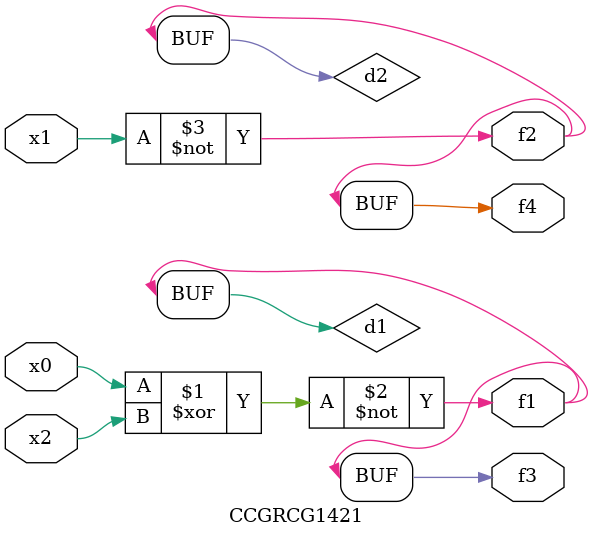
<source format=v>
module CCGRCG1421(
	input x0, x1, x2,
	output f1, f2, f3, f4
);

	wire d1, d2, d3;

	xnor (d1, x0, x2);
	nand (d2, x1);
	nor (d3, x1, x2);
	assign f1 = d1;
	assign f2 = d2;
	assign f3 = d1;
	assign f4 = d2;
endmodule

</source>
